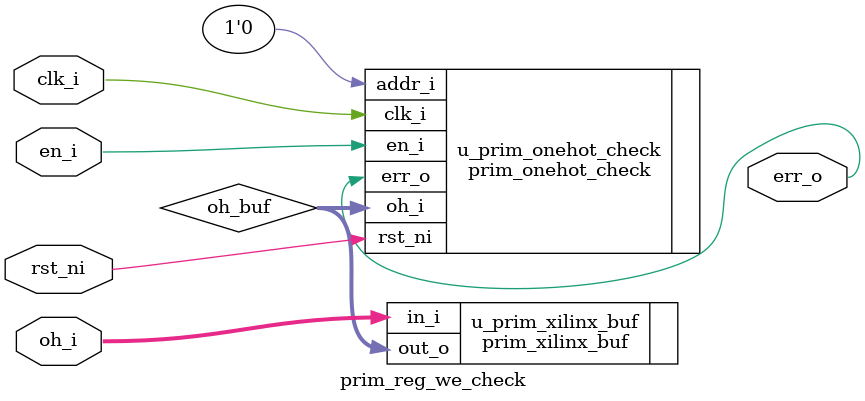
<source format=v>
module prim_reg_we_check (
	clk_i,
	rst_ni,
	oh_i,
	en_i,
	err_o
);
	parameter [31:0] OneHotWidth = 32;
	input clk_i;
	input rst_ni;
	input wire [OneHotWidth - 1:0] oh_i;
	input wire en_i;
	output wire err_o;
	wire [OneHotWidth - 1:0] oh_buf;
	prim_xilinx_buf #(.Width(OneHotWidth)) u_prim_xilinx_buf(
		.in_i(oh_i),
		.out_o(oh_buf)
	);
	function automatic integer prim_util_pkg_vbits;
		input integer value;
		prim_util_pkg_vbits = (value == 1 ? 1 : $clog2(value));
	endfunction
	prim_onehot_check #(
		.OneHotWidth(OneHotWidth),
		.AddrWidth(prim_util_pkg_vbits(OneHotWidth)),
		.EnableCheck(1),
		.AddrCheck(0),
		.StrictCheck(0)
	) u_prim_onehot_check(
		.clk_i(clk_i),
		.rst_ni(rst_ni),
		.oh_i(oh_buf),
		.addr_i(1'sb0),
		.en_i(en_i),
		.err_o(err_o)
	);
endmodule

</source>
